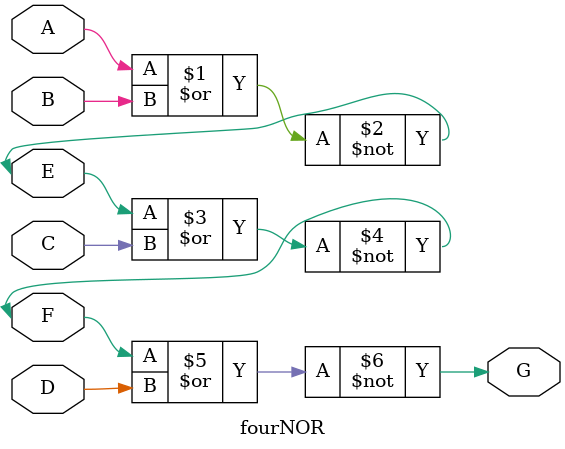
<source format=v>
`timescale 1ns / 1ps


module fourNOR(
    input A,
    input B,
    input C,
    input D,
    inout E,
    inout F,
    output G
    );
    
    assign E = ~( A | B );
    assign F = ~( E | C );
    assign G = ~( F | D );
    
endmodule


</source>
